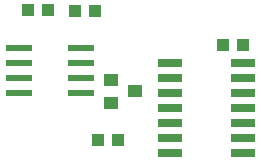
<source format=gtp>
G75*
G70*
%OFA0B0*%
%FSLAX24Y24*%
%IPPOS*%
%LPD*%
%AMOC8*
5,1,8,0,0,1.08239X$1,22.5*
%
%ADD10R,0.0866X0.0236*%
%ADD11R,0.0394X0.0433*%
%ADD12R,0.0413X0.0425*%
%ADD13R,0.0500X0.0394*%
%ADD14R,0.0800X0.0260*%
D10*
X027100Y015432D03*
X027100Y015932D03*
X027100Y016432D03*
X027100Y016932D03*
X029148Y016932D03*
X029148Y016432D03*
X029148Y015932D03*
X029148Y015432D03*
D11*
X029717Y013848D03*
X030386Y013848D03*
X029621Y018157D03*
X028952Y018157D03*
D12*
X028068Y018175D03*
X027380Y018175D03*
X033880Y017035D03*
X034568Y017035D03*
D13*
X030945Y015473D03*
X030158Y015847D03*
X030158Y015098D03*
D14*
X032139Y014910D03*
X032139Y014410D03*
X032139Y013910D03*
X032139Y013410D03*
X034559Y013410D03*
X034559Y013910D03*
X034559Y014410D03*
X034559Y014910D03*
X034559Y015410D03*
X034559Y015910D03*
X034559Y016410D03*
X032139Y016410D03*
X032139Y015910D03*
X032139Y015410D03*
M02*

</source>
